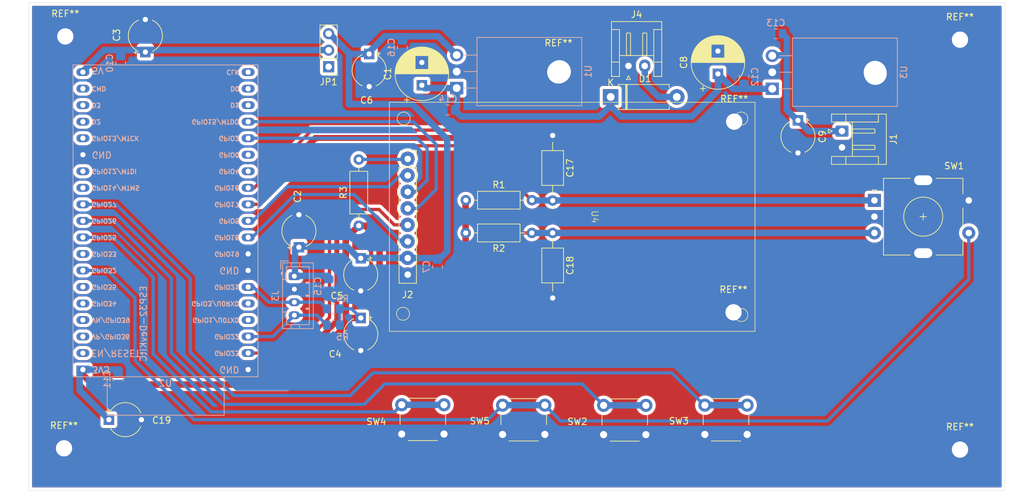
<source format=kicad_pcb>
(kicad_pcb (version 20241229) (generator "pcbnew") (generator_version "9.0")
  (layers (0 "F.Cu" signal) (2 "B.Cu" signal) (13 "F.Paste" user) (15 "B.Paste" user) (5 "F.SilkS" user "F.Silkscreen") (7 "B.SilkS" user "B.Silkscreen") (1 "F.Mask" user) (3 "B.Mask" user) (25 "Edge.Cuts" user))
  (net 0 "")
  (net 1 "GND")
  (net 3 "Net-(D1-K)")
  (net 4 "+5V")
  (net 5 "+3V3")
  (net 7 "+9V")
  (net 10 "Net-(U2-GPIO16)")
  (net 11 "Net-(U2-GPIO17)")
  (net 18 "Net-(D1-A)")
  (net 19 "Net-(J2-Pin_6)")
  (net 20 "Net-(J2-Pin_5)")
  (net 28 "Net-(J2-Pin_3)")
  (net 30 "Net-(J2-Pin_4)")
  (net 32 "Net-(U2-32K_XP{slash}GPIO32{slash}ADC1_CH4)")
  (net 33 "Net-(U2-DAC_2{slash}ADC2_CH9{slash}GPIO26)")
  (net 34 "Net-(U2-ADC2_CH7{slash}GPIO27)")
  (net 35 "Net-(U2-DAC_1{slash}ADC2_CH8{slash}GPIO25)")
  (net 36 "Net-(J2-Pin_1)")
  (net 37 "Net-(J2-Pin_2)")
  (net 38 "Net-(JP1-C)")
  (net 40 "Net-(J3-Pin_3)")
  (net 41 "Net-(J3-Pin_4)")
  (footprint "Capacitor_THT:CP_Radial_Tantal_D5.0mm_P5.00mm" (layer "F.Cu") (at 113.8 67.9 90)
    (property "Reference" "C3" (at 2.6 -4.4 270) (layer "F.SilkS"))
    (property "Value" "22u/16V")
    (pad "1" thru_hole rect (at 0 0 90) (size 1.6 1.6) (drill 0.8) (layers "*.Cu" "*.Mask") (net 38 "Net-(JP1-C)"))
    (pad "2" thru_hole circle (at 5 0 90) (size 1.6 1.6) (drill 0.8) (layers "*.Cu" "*.Mask") (net 1 "GND"))
  )
  (footprint "Ekran_TFT:TFT_SPI_1.8inch_128x160" (layer "F.Cu") (at 177.9 93.22 -90)
    (property "Reference" "U4" (at 0 -4.98 270) (layer "F.SilkS") (effects (font (thickness 0.1))))
    (property "Value" "~")
    (pad "1" thru_hole circle (at -8.92 23.8 270) (size 2.2 2.2) (drill 0.762) (layers "*.Cu" "*.Mask") (net 36 "Net-(J2-Pin_1)"))
    (pad "2" thru_hole circle (at -6.38 23.8 270) (size 2.2 2.2) (drill 0.762) (layers "*.Cu" "*.Mask") (net 37 "Net-(J2-Pin_2)"))
    (pad "3" thru_hole circle (at -3.84 23.8 270) (size 2.2 2.2) (drill 0.762) (layers "*.Cu" "*.Mask") (net 28 "Net-(J2-Pin_3)"))
    (pad "4" thru_hole circle (at -1.3 23.8 270) (size 2.2 2.2) (drill 0.762) (layers "*.Cu" "*.Mask") (net 30 "Net-(J2-Pin_4)"))
    (pad "5" thru_hole circle (at 1.24 23.8 270) (size 2.2 2.2) (drill 0.762) (layers "*.Cu" "*.Mask") (net 20 "Net-(J2-Pin_5)"))
    (pad "6" thru_hole circle (at 3.78 23.8 270) (size 2.2 2.2) (drill 0.762) (layers "*.Cu" "*.Mask") (net 19 "Net-(J2-Pin_6)"))
    (pad "7" thru_hole circle (at 6.32 23.8 270) (size 2.2 2.2) (drill 0.762) (layers "*.Cu" "*.Mask") (net 4 "+5V"))
    (pad "8" thru_hole circle (at 8.86 23.8 270) (size 2.2 2.2) (drill 0.762) (layers "*.Cu" "*.Mask") (net 1 "GND"))
  )
  (footprint "Capacitor_THT:CP_Radial_Tantal_D5.0mm_P5.00mm" (layer "F.Cu") (at 146.9 99.6 -90)
    (property "Reference" "C5" (at 5.76 3.65 180) (layer "F.SilkS"))
    (property "Value" "22u/16V")
    (pad "1" thru_hole rect (at 0 0 270) (size 1.6 1.6) (drill 0.8) (layers "*.Cu" "*.Mask") (net 4 "+5V"))
    (pad "2" thru_hole circle (at 5 0 270) (size 1.6 1.6) (drill 0.8) (layers "*.Cu" "*.Mask") (net 1 "GND"))
  )
  (footprint "Capacitor_THT:CP_Radial_D8.0mm_P3.50mm" (layer "F.Cu") (at 156.3 73 90)
    (property "Reference" "C1" (at 1.75 -5.25 90) (layer "F.SilkS"))
    (property "Value" "100u/16V")
    (pad "1" thru_hole rect (at 0 0 90) (size 1.6 1.6) (drill 0.8) (layers "*.Cu" "*.Mask") (net 3 "Net-(D1-K)"))
    (pad "2" thru_hole circle (at 3.5 0 90) (size 1.6 1.6) (drill 0.8) (layers "*.Cu" "*.Mask") (net 1 "GND"))
  )
  (footprint "Connector_PinHeader_2.54mm:PinHeader_1x03_P2.54mm_Vertical" (layer "F.Cu") (at 141.97 70.155 180)
    (property "Reference" "JP1" (at 0 -2.33 180) (layer "F.SilkS"))
    (property "Value" "Jumper_3_Bridged12")
    (pad "1" thru_hole rect (at 0 0 180) (size 1.7 1.7) (drill 1) (layers "*.Cu" "*.Mask"))
    (pad "2" thru_hole oval (at 0 2.54 180) (size 1.7 1.7) (drill 1) (layers "*.Cu" "*.Mask") (net 38 "Net-(JP1-C)"))
    (pad "3" thru_hole oval (at 0 5.08 180) (size 1.7 1.7) (drill 1) (layers "*.Cu" "*.Mask") (net 4 "+5V"))
  )
  (footprint "MountingHole:MountingHole_2.5mm_Pad" (layer "F.Cu") (at 239 129)
    (property "Reference" "REF**" (at 0 -3.5 0) (layer "F.SilkS"))
    (property "Value" "MountingHole_2.5mm_Pad")
    (pad "1" thru_hole circle (at 0 0) (size 5 5) (drill 2.5) (layers "*.Cu" "*.Mask") (net 1 "GND"))
  )
  (footprint "Capacitor_THT:C_Axial_L5.1mm_D3.1mm_P10.00mm_Horizontal" (layer "F.Cu") (at 176.4 95.7 -90)
    (property "Reference" "C18" (at 5 -2.67 90) (layer "F.SilkS"))
    (property "Value" "22n")
    (pad "1" thru_hole circle (at 0 0 270) (size 1.6 1.6) (drill 0.8) (layers "*.Cu" "*.Mask") (net 11 "Net-(U2-GPIO17)"))
    (pad "2" thru_hole oval (at 10 0 270) (size 1.6 1.6) (drill 0.8) (layers "*.Cu" "*.Mask") (net 1 "GND"))
  )
  (footprint "Capacitor_THT:CP_Radial_Tantal_D5.0mm_P5.00mm" (layer "F.Cu") (at 108.2 124.4)
    (property "Reference" "C19" (at 8.1 0.1 0) (layer "F.SilkS"))
    (property "Value" "22u/16V")
    (pad "1" thru_hole rect (at 0 0) (size 1.6 1.6) (drill 0.8) (layers "*.Cu" "*.Mask") (net 5 "+3V3"))
    (pad "2" thru_hole circle (at 5 0) (size 1.6 1.6) (drill 0.8) (layers "*.Cu" "*.Mask") (net 1 "GND"))
  )
  (footprint "MountingHole:MountingHole_2.5mm_Pad" (layer "F.Cu") (at 101.5 65.5)
    (property "Reference" "REF**" (at 0 -3.5 0) (layer "F.SilkS"))
    (property "Value" "MountingHole_2.5mm_Pad")
    (pad "1" thru_hole circle (at 0 0) (size 5 5) (drill 2.5) (layers "*.Cu" "*.Mask") (net 1 "GND"))
  )
  (footprint "MountingHole:MountingHole_3.5mm_Pad" (layer "F.Cu") (at 177.3 71)
    (property "Reference" "REF**" (at 0 -4.5 0) (layer "F.SilkS"))
    (property "Value" "MountingHole_3.5mm_Pad")
    (pad "1" thru_hole circle (at 0 0) (size 7 7) (drill 3.5) (layers "*.Cu" "*.Mask") (net 1 "GND"))
  )
  (footprint "Connector_PinSocket_2.54mm:PinSocket_1x08_P2.54mm_Vertical" (layer "F.Cu") (at 154.125 84.325)
    (property "Reference" "J2" (at -0.025 20.875 0) (layer "F.SilkS"))
    (property "Value" "Conn_01x08_Socket")
    (pad "1" thru_hole rect (at 0 0) (size 1.7 1.7) (drill 1) (layers "*.Cu" "*.Mask") (net 36 "Net-(J2-Pin_1)"))
    (pad "2" thru_hole oval (at 0 2.54) (size 1.7 1.7) (drill 1) (layers "*.Cu" "*.Mask") (net 37 "Net-(J2-Pin_2)"))
    (pad "3" thru_hole oval (at 0 5.08) (size 1.7 1.7) (drill 1) (layers "*.Cu" "*.Mask") (net 28 "Net-(J2-Pin_3)"))
    (pad "4" thru_hole oval (at 0 7.62) (size 1.7 1.7) (drill 1) (layers "*.Cu" "*.Mask") (net 30 "Net-(J2-Pin_4)"))
    (pad "5" thru_hole oval (at 0 10.16) (size 1.7 1.7) (drill 1) (layers "*.Cu" "*.Mask") (net 20 "Net-(J2-Pin_5)"))
    (pad "6" thru_hole oval (at 0 12.7) (size 1.7 1.7) (drill 1) (layers "*.Cu" "*.Mask") (net 19 "Net-(J2-Pin_6)"))
    (pad "7" thru_hole oval (at 0 15.24) (size 1.7 1.7) (drill 1) (layers "*.Cu" "*.Mask") (net 4 "+5V"))
    (pad "8" thru_hole oval (at 0 17.78) (size 1.7 1.7) (drill 1) (layers "*.Cu" "*.Mask") (net 1 "GND"))
  )
  (footprint "Rotary_Encoder:RotaryEncoder_Alps_EC11E-Switch_Vertical_H20mm" (layer "F.Cu") (at 225.85 90.7)
    (property "Reference" "SW1" (at 12.25 -5.3 0) (layer "F.SilkS"))
    (property "Value" "RotaryEncoder_Switch")
    (pad "A" thru_hole rect (at 0 0) (size 2 2) (drill 1) (layers "*.Cu" "*.Mask") (net 10 "Net-(U2-GPIO16)"))
    (pad "B" thru_hole circle (at 0 5) (size 2 2) (drill 1) (layers "*.Cu" "*.Mask") (net 11 "Net-(U2-GPIO17)"))
    (pad "C" thru_hole circle (at 0 2.5) (size 2 2) (drill 1) (layers "*.Cu" "*.Mask") (net 1 "GND"))
    (pad "MP" thru_hole rect (at 7.5 -3.1) (size 3.2 2) (drill oval 2.8 1.5) (layers "*.Cu" "*.Mask") (net 1 "GND"))
    (pad "MP" thru_hole rect (at 7.5 8.1) (size 3.2 2) (drill oval 2.8 1.5) (layers "*.Cu" "*.Mask") (net 1 "GND"))
    (pad "S1" thru_hole circle (at 14.5 5) (size 2 2) (drill 1) (layers "*.Cu" "*.Mask") (net 32 "Net-(U2-32K_XP{slash}GPIO32{slash}ADC1_CH4)"))
    (pad "S2" thru_hole circle (at 14.5 0) (size 2 2) (drill 1) (layers "*.Cu" "*.Mask") (net 1 "GND"))
  )
  (footprint "Button_Switch_THT:SW_PUSH_6mm_H5mm" (layer "F.Cu") (at 159.7 126.61 180)
    (property "Reference" "SW4" (at 10.4 1.91 180) (layer "F.SilkS"))
    (property "Value" "Memory Channel")
    (pad "1" thru_hole circle (at 0 0 270) (size 2 2) (drill 1.1) (layers "*.Cu" "*.Mask") (net 1 "GND"))
    (pad "1" thru_hole circle (at 6.5 0 270) (size 2 2) (drill 1.1) (layers "*.Cu" "*.Mask") (net 1 "GND"))
    (pad "2" thru_hole circle (at 0 4.5 270) (size 2 2) (drill 1.1) (layers "*.Cu" "*.Mask") (net 35 "Net-(U2-DAC_1{slash}ADC2_CH8{slash}GPIO25)"))
    (pad "2" thru_hole circle (at 6.5 4.5 270) (size 2 2) (drill 1.1) (layers "*.Cu" "*.Mask") (net 35 "Net-(U2-DAC_1{slash}ADC2_CH8{slash}GPIO25)"))
  )
  (footprint "Button_Switch_THT:SW_PUSH_6mm_H5mm" (layer "F.Cu") (at 190.73 126.7 180)
    (property "Reference" "SW2" (at 10.53 2 180) (layer "F.SilkS"))
    (property "Value" "STEP +")
    (pad "1" thru_hole circle (at 0 0 270) (size 2 2) (drill 1.1) (layers "*.Cu" "*.Mask") (net 1 "GND"))
    (pad "1" thru_hole circle (at 6.5 0 270) (size 2 2) (drill 1.1) (layers "*.Cu" "*.Mask") (net 1 "GND"))
    (pad "2" thru_hole circle (at 0 4.5 270) (size 2 2) (drill 1.1) (layers "*.Cu" "*.Mask") (net 33 "Net-(U2-DAC_2{slash}ADC2_CH9{slash}GPIO26)"))
    (pad "2" thru_hole circle (at 6.5 4.5 270) (size 2 2) (drill 1.1) (layers "*.Cu" "*.Mask") (net 33 "Net-(U2-DAC_2{slash}ADC2_CH9{slash}GPIO26)"))
  )
  (footprint "Diode_THT:D_DO-15_P10.16mm_Horizontal" (layer "F.Cu") (at 185.32 74.8)
    (property "Reference" "D1" (at 5.28 -2.8 0) (layer "F.SilkS"))
    (property "Value" "1N4001")
    (fp_text user "K" (at 0 -2.2 0) (layer "F.SilkS"))
    (pad "1" thru_hole rect (at 0 0) (size 2.4 2.4) (drill 1.2) (layers "*.Cu" "*.Mask") (net 3 "Net-(D1-K)"))
    (pad "2" thru_hole oval (at 10.16 0) (size 2.4 2.4) (drill 1.2) (layers "*.Cu" "*.Mask") (net 18 "Net-(D1-A)"))
  )
  (footprint "Capacitor_THT:CP_Radial_Tantal_D5.0mm_P5.00mm" (layer "F.Cu") (at 148.2 68.2 -90)
    (property "Reference" "C6" (at 7.1 0.4 180) (layer "F.SilkS"))
    (property "Value" "22u/16V")
    (pad "1" thru_hole rect (at 0 0 270) (size 1.6 1.6) (drill 0.8) (layers "*.Cu" "*.Mask") (net 4 "+5V"))
    (pad "2" thru_hole circle (at 5 0 270) (size 1.6 1.6) (drill 0.8) (layers "*.Cu" "*.Mask") (net 1 "GND"))
  )
  (footprint "Connector_JST:JST_EH_S2B-EH_1x02_P2.50mm_Horizontal" (layer "F.Cu") (at 220.8675 80.05 -90)
    (property "Reference" "J1" (at 1.25 -7.9 90) (layer "F.SilkS"))
    (property "Value" "Conn_01x02_Socket")
    (pad "1" thru_hole roundrect (at 0 0 270) (size 1.7 2) (drill 1) (layers "*.Cu" "*.Mask") (roundrect_rratio 0.147059) (net 7 "+9V"))
    (pad "2" thru_hole oval (at 2.5 0 270) (size 1.7 2) (drill 1) (layers "*.Cu" "*.Mask") (net 1 "GND"))
  )
  (footprint "Resistor_THT:R_Axial_DIN0207_L6.3mm_D2.5mm_P10.16mm_Horizontal" (layer "F.Cu") (at 146.6 94.58 90)
    (property "Reference" "R3" (at 5.08 -2.37 270) (layer "F.SilkS"))
    (property "Value" "R_Small")
    (pad "1" thru_hole circle (at 0 0 90) (size 1.6 1.6) (drill 0.8) (layers "*.Cu" "*.Mask") (net 5 "+3V3"))
    (pad "2" thru_hole oval (at 10.16 0 90) (size 1.6 1.6) (drill 0.8) (layers "*.Cu" "*.Mask") (net 36 "Net-(J2-Pin_1)"))
  )
  (footprint "Button_Switch_THT:SW_PUSH_6mm_H5mm" (layer "F.Cu") (at 175.2 126.67 180)
    (property "Reference" "SW5" (at 10 2.07 180) (layer "F.SilkS"))
    (property "Value" "STORE")
    (pad "1" thru_hole circle (at 0 0 270) (size 2 2) (drill 1.1) (layers "*.Cu" "*.Mask") (net 1 "GND"))
    (pad "1" thru_hole circle (at 6.5 0 270) (size 2 2) (drill 1.1) (layers "*.Cu" "*.Mask") (net 1 "GND"))
    (pad "2" thru_hole circle (at 0 4.5 270) (size 2 2) (drill 1.1) (layers "*.Cu" "*.Mask") (net 32 "Net-(U2-32K_XP{slash}GPIO32{slash}ADC1_CH4)"))
    (pad "2" thru_hole circle (at 6.5 4.5 270) (size 2 2) (drill 1.1) (layers "*.Cu" "*.Mask") (net 32 "Net-(U2-32K_XP{slash}GPIO32{slash}ADC1_CH4)"))
  )
  (footprint "Resistor_THT:R_Axial_DIN0207_L6.3mm_D2.5mm_P10.16mm_Horizontal" (layer "F.Cu") (at 163.05 90.67)
    (property "Reference" "R1" (at 5.08 -2.37 0) (layer "F.SilkS"))
    (property "Value" "2k2")
    (pad "1" thru_hole circle (at 0 0) (size 1.6 1.6) (drill 0.8) (layers "*.Cu" "*.Mask") (net 5 "+3V3"))
    (pad "2" thru_hole oval (at 10.16 0) (size 1.6 1.6) (drill 0.8) (layers "*.Cu" "*.Mask") (net 10 "Net-(U2-GPIO16)"))
  )
  (footprint "Connector_JST:JST_EH_S2B-EH_1x02_P2.50mm_Horizontal" (layer "F.Cu") (at 188.05 70.0325)
    (property "Reference" "J4" (at 1.25 -7.9 0) (layer "F.SilkS"))
    (property "Value" "Conn_01x02_Socket")
    (pad "1" thru_hole roundrect (at 0 0) (size 1.7 2) (drill 1) (layers "*.Cu" "*.Mask") (roundrect_rratio 0.147059) (net 1 "GND"))
    (pad "2" thru_hole oval (at 2.5 0) (size 1.7 2) (drill 1) (layers "*.Cu" "*.Mask") (net 18 "Net-(D1-A)"))
  )
  (footprint "" (layer "F.Cu") (at 226 71.2)
    (property "Reference" "" (at 0 0 0) (layer "F.SilkS") (effects (font (size 1.27 1.27))))
    (property "Value" "")
    (pad "1" thru_hole circle (at 0 0) (size 7 7) (drill 3.5) (layers "*.Cu" "*.Mask") (net 1 "GND"))
  )
  (footprint "Capacitor_THT:CP_Radial_Tantal_D5.0mm_P5.00mm" (layer "F.Cu") (at 214.1 78.4 -90)
    (property "Reference" "C9" (at 2.5 -3.75 90) (layer "F.SilkS"))
    (property "Value" "22u/16V")
    (pad "1" thru_hole rect (at 0 0 270) (size 1.6 1.6) (drill 0.8) (layers "*.Cu" "*.Mask") (net 7 "+9V"))
    (pad "2" thru_hole circle (at 5 0 270) (size 1.6 1.6) (drill 0.8) (layers "*.Cu" "*.Mask") (net 1 "GND"))
  )
  (footprint "MountingHole:MountingHole_2.5mm_Pad" (layer "F.Cu") (at 204.3 78.6)
    (property "Reference" "REF**" (at 0 -3.5 0) (layer "F.SilkS"))
    (property "Value" "MountingHole_2.5mm_Pad")
    (pad "1" thru_hole circle (at 0 0) (size 5 5) (drill 2.5) (layers "*.Cu" "*.Mask") (net 1 "GND"))
  )
  (footprint "Capacitor_THT:CP_Radial_Tantal_D5.0mm_P5.00mm" (layer "F.Cu") (at 137.4 97.9 90)
    (property "Reference" "C2" (at 7.8 -0.2 270) (layer "F.SilkS"))
    (property "Value" "22u/16V")
    (pad "1" thru_hole rect (at 0 0 90) (size 1.6 1.6) (drill 0.8) (layers "*.Cu" "*.Mask") (net 4 "+5V"))
    (pad "2" thru_hole circle (at 5 0 90) (size 1.6 1.6) (drill 0.8) (layers "*.Cu" "*.Mask") (net 1 "GND"))
  )
  (footprint "MountingHole:MountingHole_2.5mm_Pad" (layer "F.Cu") (at 239 66)
    (property "Reference" "REF**" (at 0 -3.5 0) (layer "F.SilkS"))
    (property "Value" "MountingHole_2.5mm_Pad")
    (pad "1" thru_hole circle (at 0 0) (size 5 5) (drill 2.5) (layers "*.Cu" "*.Mask") (net 1 "GND"))
  )
  (footprint "Capacitor_THT:C_Axial_L5.1mm_D3.1mm_P10.00mm_Horizontal" (layer "F.Cu") (at 176.4 80.72 -90)
    (property "Reference" "C17" (at 5 -2.67 90) (layer "F.SilkS"))
    (property "Value" "22n")
    (pad "1" thru_hole circle (at 0 0 270) (size 1.6 1.6) (drill 0.8) (layers "*.Cu" "*.Mask") (net 1 "GND"))
    (pad "2" thru_hole oval (at 10 0 270) (size 1.6 1.6) (drill 0.8) (layers "*.Cu" "*.Mask") (net 10 "Net-(U2-GPIO16)"))
  )
  (footprint "MountingHole:MountingHole_2.5mm_Pad" (layer "F.Cu") (at 101.3 128.8)
    (property "Reference" "REF**" (at 0 -3.5 0) (layer "F.SilkS"))
    (property "Value" "MountingHole_2.5mm_Pad")
    (pad "1" thru_hole circle (at 0 0) (size 5 5) (drill 2.5) (layers "*.Cu" "*.Mask") (net 1 "GND"))
  )
  (footprint "Capacitor_THT:CP_Radial_D8.0mm_P3.50mm" (layer "F.Cu") (at 201.8 71.252651 90)
    (property "Reference" "C8" (at 1.75 -5.25 90) (layer "F.SilkS"))
    (property "Value" "100u/16V")
    (pad "1" thru_hole rect (at 0 0 90) (size 1.6 1.6) (drill 0.8) (layers "*.Cu" "*.Mask") (net 3 "Net-(D1-K)"))
    (pad "2" thru_hole circle (at 3.5 0 90) (size 1.6 1.6) (drill 0.8) (layers "*.Cu" "*.Mask") (net 1 "GND"))
  )
  (footprint "Capacitor_THT:CP_Radial_Tantal_D5.0mm_P5.00mm" (layer "F.Cu") (at 146.91 108.77 -90)
    (property "Reference" "C4" (at 5.55 3.94 180) (layer "F.SilkS"))
    (property "Value" "22u/16V")
    (pad "1" thru_hole rect (at 0 0 270) (size 1.6 1.6) (drill 0.8) (layers "*.Cu" "*.Mask") (net 5 "+3V3"))
    (pad "2" thru_hole circle (at 5 0 270) (size 1.6 1.6) (drill 0.8) (layers "*.Cu" "*.Mask") (net 1 "GND"))
  )
  (footprint "Resistor_THT:R_Axial_DIN0207_L6.3mm_D2.5mm_P10.16mm_Horizontal" (layer "F.Cu") (at 173.2 95.7 180)
    (property "Reference" "R2" (at 5.08 -2.37 180) (layer "F.SilkS"))
    (property "Value" "2k2")
    (pad "1" thru_hole circle (at 0 0 180) (size 1.6 1.6) (drill 0.8) (layers "*.Cu" "*.Mask") (net 11 "Net-(U2-GPIO17)"))
    (pad "2" thru_hole oval (at 10.16 0 180) (size 1.6 1.6) (drill 0.8) (layers "*.Cu" "*.Mask") (net 5 "+3V3"))
  )
  (footprint "MountingHole:MountingHole_2.5mm_Pad" (layer "F.Cu") (at 204.2 107.9)
    (property "Reference" "REF**" (at 0 -3.5 0) (layer "F.SilkS"))
    (property "Value" "MountingHole_2.5mm_Pad")
    (pad "1" thru_hole circle (at 0 0) (size 5 5) (drill 2.5) (layers "*.Cu" "*.Mask") (net 1 "GND"))
  )
  (footprint "Button_Switch_THT:SW_PUSH_6mm_H5mm" (layer "F.Cu") (at 206.29 126.67 180)
    (property "Reference" "SW3" (at 10.49 2.07 180) (layer "F.SilkS"))
    (property "Value" "STEP -")
    (pad "1" thru_hole circle (at 0 0 270) (size 2 2) (drill 1.1) (layers "*.Cu" "*.Mask") (net 1 "GND"))
    (pad "1" thru_hole circle (at 6.5 0 270) (size 2 2) (drill 1.1) (layers "*.Cu" "*.Mask") (net 1 "GND"))
    (pad "2" thru_hole circle (at 0 4.5 270) (size 2 2) (drill 1.1) (layers "*.Cu" "*.Mask") (net 34 "Net-(U2-ADC2_CH7{slash}GPIO27)"))
    (pad "2" thru_hole circle (at 6.5 4.5 270) (size 2 2) (drill 1.1) (layers "*.Cu" "*.Mask") (net 34 "Net-(U2-ADC2_CH7{slash}GPIO27)"))
  )
  (footprint "PCM_Espressif:ESP32-DevKitC" (layer "B.Cu") (at 104.2 116.70344)
    (property "Reference" "U2" (at 12.7 2.1 0) (layer "B.SilkS") (effects (justify mirror)))
    (property "Value" "ESP32-DevKitC" (at 9.307054 -7.037688 90) (layer "B.SilkS") (effects (justify mirror)))
    (fp_text user "CMD" (at 1.27 -43.18 180) (layer "B.SilkS") (effects (font (size 0.7 0.7)) (justify left mirror)))
    (fp_text user "VN/GPIO39" (at 1.27 -7.62 180) (layer "B.SilkS") (effects (font (size 0.7 0.7)) (justify left mirror)))
    (fp_text user "D0" (at 24.13 -43.18 180) (layer "B.SilkS") (effects (font (size 0.7 0.7)) (justify right mirror)))
    (fp_text user "GPIO32" (at 1.27 -15.24 180) (layer "B.SilkS") (effects (font (size 0.7 0.7)) (justify left mirror)))
    (fp_text user "GPIO0" (at 24.13 -33.02 180) (layer "B.SilkS") (effects (font (size 0.7 0.7)) (justify right mirror)))
    (fp_text user "D1" (at 24.13 -40.64 180) (layer "B.SilkS") (effects (font (size 0.7 0.7)) (justify right mirror)))
    (fp_text user "GPIO17" (at 24.13 -25.4 180) (layer "B.SilkS") (effects (font (size 0.7 0.7)) (justify right mirror)))
    (fp_text user "GPIO1/U0TXD" (at 24.13 -7.62 180) (layer "B.SilkS") (effects (font (size 0.7 0.7)) (justify right mirror)))
    (fp_text user "GND" (at 24.13 0 180) (layer "B.SilkS") (effects (justify right mirror)))
    (fp_text user "GPIO26" (at 1.27 -22.86 180) (layer "B.SilkS") (effects (font (size 0.7 0.7)) (justify left mirror)))
    (fp_text user "GND" (at 1.27 -33.02 180) (layer "B.SilkS") (effects (justify left mirror)))
    (fp_text user "GPIO13/MTCK" (at 1.27 -35.56 180) (layer "B.SilkS") (effects (font (size 0.7 0.7)) (justify left mirror)))
    (fp_text user "D2" (at 1.27 -38.1 180) (layer "B.SilkS") (effects (font (size 0.7 0.7)) (justify left mirror)))
    (fp_text user "GPIO12/MTDI" (at 1.27 -30.48 180) (layer "B.SilkS") (effects (font (size 0.7 0.7)) (justify left mirror)))
    (fp_text user "GPIO2" (at 24.13 -35.56 180) (layer "B.SilkS") (effects (font (size 0.7 0.7)) (justify right mirror)))
    (fp_text user "GND" (at 24.13 -15.24 180) (layer "B.SilkS") (effects (justify right mirror)))
    (fp_text user "GPIO27" (at 1.27 -25.4 180) (layer "B.SilkS") (effects (font (size 0.7 0.7)) (justify left mirror)))
    (fp_text user "GPIO25" (at 1.27 -20.32 180) (layer "B.SilkS") (effects (font (size 0.7 0.7)) (justify left mirror)))
    (fp_text user "GPIO21" (at 24.13 -12.7 180) (layer "B.SilkS") (effects (font (size 0.7 0.7)) (justify right mirror)))
    (fp_text user "GPIO16" (at 24.13 -27.94 180) (layer "B.SilkS") (effects (font (size 0.7 0.7)) (justify right mirror)))
    (fp_text user "GPIO19" (at 24.13 -17.78 180) (layer "B.SilkS") (effects (font (size 0.7 0.7)) (justify right mirror)))
    (fp_text user "EN/RESET" (at 8.88632 -2.53728 180) (layer "B.SilkS") (effects (justify right mirror)))
    (fp_text user "GPIO4" (at 24.13 -30.48 180) (layer "B.SilkS") (effects (font (size 0.7 0.7)) (justify right mirror)))
    (fp_text user "VP/GPIO36" (at 1.27 -5.08 180) (layer "B.SilkS") (effects (font (size 0.7 0.7)) (justify left mirror)))
    (fp_text user "GPIO23" (at 24.13 -2.54 180) (layer "B.SilkS") (effects (font (size 0.7 0.7)) (justify right mirror)))
    (fp_text user "GPIO15/MTDO" (at 24.13 -38.1 180) (layer "B.SilkS") (effects (font (size 0.7 0.7)) (justify right mirror)))
    (fp_text user "GPIO35" (at 1.27 -12.7 180) (layer "B.SilkS") (effects (font (size 0.7 0.7)) (justify left mirror)))
    (fp_text user "GPIO14/MTMS" (at 1.27 -27.94 180) (layer "B.SilkS") (effects (font (size 0.7 0.7)) (justify left mirror)))
    (fp_text user "GPIO3/U0RXD" (at 24.13 -10.16 180) (layer "B.SilkS") (effects (font (size 0.7 0.7)) (justify right mirror)))
    (fp_text user "3V3" (at 1.27 0 180) (layer "B.SilkS") (effects (justify left mirror)))
    (fp_text user "5V" (at 1.26632 -45.97128 180) (layer "B.SilkS") (effects (justify left mirror)))
    (fp_text user "GPIO5" (at 24.13 -22.86 180) (layer "B.SilkS") (effects (font (size 0.7 0.7)) (justify right mirror)))
    (fp_text user "GPIO22" (at 24.13 -5.08 180) (layer "B.SilkS") (effects (font (size 0.7 0.7)) (justify right mirror)))
    (fp_text user "GPIO18" (at 24.13 -20.32 180) (layer "B.SilkS") (effects (font (size 0.7 0.7)) (justify right mirror)))
    (fp_text user "D3" (at 1.27 -40.64 180) (layer "B.SilkS") (effects (font (size 0.7 0.7)) (justify left mirror)))
    (fp_text user "CLK" (at 24.13 -45.72 180) (layer "B.SilkS") (effects (font (size 0.7 0.7)) (justify right mirror)))
    (fp_text user "GPIO33" (at 1.27 -17.78 180) (layer "B.SilkS") (effects (font (size 0.7 0.7)) (justify left mirror)))
    (fp_text user "GPIO34" (at 1.27 -10.16 180) (layer "B.SilkS") (effects (font (size 0.7 0.7)) (justify left mirror)))
    (pad "1" thru_hole rect (at 0 0 90) (size 1.2 2) (drill 0.8) (layers "*.Cu" "*.Mask") (net 5 "+3V3"))
    (pad "2" thru_hole oval (at 0 -2.54 90) (size 1.2 2) (drill 0.8) (layers "*.Cu" "*.Mask"))
    (pad "3" thru_hole oval (at 0 -5.08 90) (size 1.2 2) (drill 0.8) (layers "*.Cu" "*.Mask"))
    (pad "4" thru_hole oval (at 0 -7.62 90) (size 1.2 2) (drill 0.8) (layers "*.Cu" "*.Mask"))
    (pad "5" thru_hole oval (at 0 -10.16 90) (size 1.2 2) (drill 0.8) (layers "*.Cu" "*.Mask"))
    (pad "6" thru_hole oval (at 0 -12.7 90) (size 1.2 2) (drill 0.8) (layers "*.Cu" "*.Mask"))
    (pad "7" thru_hole oval (at 0 -15.24 90) (size 1.2 2) (drill 0.8) (layers "*.Cu" "*.Mask") (net 32 "Net-(U2-32K_XP{slash}GPIO32{slash}ADC1_CH4)"))
    (pad "8" thru_hole oval (at 0 -17.78 90) (size 1.2 2) (drill 0.8) (layers "*.Cu" "*.Mask"))
    (pad "9" thru_hole oval (at 0 -20.32 90) (size 1.2 2) (drill 0.8) (layers "*.Cu" "*.Mask") (net 35 "Net-(U2-DAC_1{slash}ADC2_CH8{slash}GPIO25)"))
    (pad "10" thru_hole oval (at 0 -22.86 90) (size 1.2 2) (drill 0.8) (layers "*.Cu" "*.Mask") (net 33 "Net-(U2-DAC_2{slash}ADC2_CH9{slash}GPIO26)"))
    (pad "11" thru_hole oval (at 0 -25.4 90) (size 1.2 2) (drill 0.8) (layers "*.Cu" "*.Mask") (net 34 "Net-(U2-ADC2_CH7{slash}GPIO27)"))
    (pad "12" thru_hole oval (at 0 -27.94 90) (size 1.2 2) (drill 0.8) (layers "*.Cu" "*.Mask"))
    (pad "13" thru_hole oval (at 0 -30.48 90) (size 1.2 2) (drill 0.8) (layers "*.Cu" "*.Mask"))
    (pad "14" thru_hole oval (at 0 -33.02 90) (size 1.2 2) (drill 0.8) (layers "*.Cu" "*.Mask") (net 1 "GND"))
    (pad "15" thru_hole oval (at 0 -35.56 90) (size 1.2 2) (drill 0.8) (layers "*.Cu" "*.Mask"))
    (pad "16" thru_hole oval (at 0 -38.1 90) (size 1.2 2) (drill 0.8) (layers "*.Cu" "*.Mask"))
    (pad "17" thru_hole oval (at 0 -40.64 90) (size 1.2 2) (drill 0.8) (layers "*.Cu" "*.Mask"))
    (pad "18" thru_hole oval (at 0 -43.18 90) (size 1.2 2) (drill 0.8) (layers "*.Cu" "*.Mask"))
    (pad "19" thru_hole oval (at 0 -45.72 90) (size 1.2 2) (drill 0.8) (layers "*.Cu" "*.Mask") (net 38 "Net-(JP1-C)"))
    (pad "20" thru_hole oval (at 25.39632 -45.71728 90) (size 1.2 2) (drill 0.8) (layers "*.Cu" "*.Mask"))
    (pad "21" thru_hole oval (at 25.39632 -43.17728 90) (size 1.2 2) (drill 0.8) (layers "*.Cu" "*.Mask"))
    (pad "22" thru_hole oval (at 25.4 -40.64 90) (size 1.2 2) (drill 0.8) (layers "*.Cu" "*.Mask"))
    (pad "23" thru_hole oval (at 25.4 -38.1 90) (size 1.2 2) (drill 0.8) (layers "*.Cu" "*.Mask") (net 30 "Net-(J2-Pin_4)"))
    (pad "24" thru_hole oval (at 25.4 -35.56 90) (size 1.2 2) (drill 0.8) (layers "*.Cu" "*.Mask") (net 28 "Net-(J2-Pin_3)"))
    (pad "25" thru_hole oval (at 25.4 -33.02 90) (size 1.2 2) (drill 0.8) (layers "*.Cu" "*.Mask"))
    (pad "26" thru_hole oval (at 25.4 -30.48 90) (size 1.2 2) (drill 0.8) (layers "*.Cu" "*.Mask"))
    (pad "27" thru_hole oval (at 25.4 -27.94 90) (size 1.2 2) (drill 0.8) (layers "*.Cu" "*.Mask") (net 10 "Net-(U2-GPIO16)"))
    (pad "28" thru_hole oval (at 25.4 -25.4 90) (size 1.2 2) (drill 0.8) (layers "*.Cu" "*.Mask") (net 11 "Net-(U2-GPIO17)"))
    (pad "29" thru_hole oval (at 25.4 -22.86 90) (size 1.2 2) (drill 0.8) (layers "*.Cu" "*.Mask") (net 37 "Net-(J2-Pin_2)"))
    (pad "30" thru_hole oval (at 25.4 -20.32 90) (size 1.2 2) (drill 0.8) (layers "*.Cu" "*.Mask") (net 19 "Net-(J2-Pin_6)"))
    (pad "31" thru_hole oval (at 25.4 -17.78 90) (size 1.2 2) (drill 0.8) (layers "*.Cu" "*.Mask") (net 1 "GND"))
    (pad "32" thru_hole oval (at 25.4 -15.24 90) (size 1.2 2) (drill 0.8) (layers "*.Cu" "*.Mask") (net 1 "GND"))
    (pad "33" thru_hole oval (at 25.4 -12.7 90) (size 1.2 2) (drill 0.8) (layers "*.Cu" "*.Mask") (net 40 "Net-(J3-Pin_3)"))
    (pad "34" thru_hole oval (at 25.4 -10.16 90) (size 1.2 2) (drill 0.8) (layers "*.Cu" "*.Mask"))
    (pad "35" thru_hole oval (at 25.4 -7.62 90) (size 1.2 2) (drill 0.8) (layers "*.Cu" "*.Mask"))
    (pad "36" thru_hole oval (at 25.4 -5.08 90) (size 1.2 2) (drill 0.8) (layers "*.Cu" "*.Mask") (net 41 "Net-(J3-Pin_4)"))
    (pad "37" thru_hole oval (at 25.4 -2.54 90) (size 1.2 2) (drill 0.8) (layers "*.Cu" "*.Mask") (net 20 "Net-(J2-Pin_5)"))
    (pad "38" thru_hole oval (at 25.4 0 90) (size 1.2 2) (drill 0.8) (layers "*.Cu" "*.Mask") (net 1 "GND"))
  )
  (footprint "Package_TO_SOT_THT:TO-220F-3_Horizontal_TabDown" (layer "B.Cu") (at 161.65 73.44 90)
    (property "Reference" "U1" (at 2.54 20.22 270) (layer "B.SilkS") (effects (justify mirror)))
    (property "Value" "LM7805_TO220")
    (pad "" np_thru_hole oval (at 2.54 15.8 90) (size 3.5 3.5) (drill 3.5) (layers "*.Cu" "*.Mask"))
    (pad "1" thru_hole rect (at 0 0 90) (size 1.905 2) (drill 1.2) (layers "*.Cu" "*.Mask") (net 3 "Net-(D1-K)"))
    (pad "2" thru_hole oval (at 2.54 0 90) (size 1.905 2) (drill 1.2) (layers "*.Cu" "*.Mask") (net 1 "GND"))
    (pad "3" thru_hole oval (at 5.08 0 90) (size 1.905 2) (drill 1.2) (layers "*.Cu" "*.Mask") (net 4 "+5V"))
  )
  (footprint "Capacitor_SMD:C_0805_2012Metric_Pad1.18x1.45mm_HandSolder" (layer "B.Cu") (at 205.8 71.7 90)
    (property "Reference" "C12" (at 0 1.68 270) (layer "B.SilkS") (effects (justify mirror)))
    (property "Value" "100n")
    (pad "1" smd roundrect (at -1.0375 0 90) (size 1.175 1.45) (layers "B.Cu" "B.Mask" "B.Paste") (roundrect_rratio 0.212766) (net 3 "Net-(D1-K)"))
    (pad "2" smd roundrect (at 1.0375 0 90) (size 1.175 1.45) (layers "B.Cu" "B.Mask" "B.Paste") (roundrect_rratio 0.212766) (net 1 "GND"))
  )
  (footprint "Capacitor_SMD:C_0805_2012Metric_Pad1.18x1.45mm_HandSolder" (layer "B.Cu") (at 210.7 65.1 180)
    (property "Reference" "C13" (at 0 1.68 180) (layer "B.SilkS") (effects (justify mirror)))
    (property "Value" "100n")
    (pad "1" smd roundrect (at -1.0375 0 180) (size 1.175 1.45) (layers "B.Cu" "B.Mask" "B.Paste") (roundrect_rratio 0.212766) (net 7 "+9V"))
    (pad "2" smd roundrect (at 1.0375 0 180) (size 1.175 1.45) (layers "B.Cu" "B.Mask" "B.Paste") (roundrect_rratio 0.212766) (net 1 "GND"))
  )
  (footprint "Capacitor_SMD:C_0805_2012Metric_Pad1.18x1.45mm_HandSolder" (layer "B.Cu") (at 142 103.89 -90)
    (property "Reference" "C15" (at 0 1.68 270) (layer "B.SilkS") (effects (justify mirror)))
    (property "Value" "100n")
    (pad "1" smd roundrect (at -1.0375 0 270) (size 1.175 1.45) (layers "B.Cu" "B.Mask" "B.Paste") (roundrect_rratio 0.212766) (net 4 "+5V"))
    (pad "2" smd roundrect (at 1.0375 0 270) (size 1.175 1.45) (layers "B.Cu" "B.Mask" "B.Paste") (roundrect_rratio 0.212766) (net 1 "GND"))
  )
  (footprint "Capacitor_SMD:C_0805_2012Metric_Pad1.18x1.45mm_HandSolder" (layer "B.Cu") (at 109.6 118.2 -90)
    (property "Reference" "C11" (at 0 1.68 270) (layer "B.SilkS") (effects (justify mirror)))
    (property "Value" "100n")
    (pad "1" smd roundrect (at -1.0375 0 270) (size 1.175 1.45) (layers "B.Cu" "B.Mask" "B.Paste") (roundrect_rratio 0.212766) (net 5 "+3V3"))
    (pad "2" smd roundrect (at 1.0375 0 270) (size 1.175 1.45) (layers "B.Cu" "B.Mask" "B.Paste") (roundrect_rratio 0.212766) (net 1 "GND"))
  )
  (footprint "Package_TO_SOT_THT:TO-220F-3_Horizontal_TabDown" (layer "B.Cu") (at 210.15 73.54 90)
    (property "Reference" "U3" (at 2.54 20.22 270) (layer "B.SilkS") (effects (justify mirror)))
    (property "Value" "LM7809_TO220")
    (pad "" np_thru_hole oval (at 2.54 15.8 90) (size 3.5 3.5) (drill 3.5) (layers "*.Cu" "*.Mask"))
    (pad "1" thru_hole rect (at 0 0 90) (size 1.905 2) (drill 1.2) (layers "*.Cu" "*.Mask") (net 3 "Net-(D1-K)"))
    (pad "2" thru_hole oval (at 2.54 0 90) (size 1.905 2) (drill 1.2) (layers "*.Cu" "*.Mask") (net 1 "GND"))
    (pad "3" thru_hole oval (at 5.08 0 90) (size 1.905 2) (drill 1.2) (layers "*.Cu" "*.Mask") (net 7 "+9V"))
  )
  (footprint "Resistor_SMD:R_0805_2012Metric_Pad1.20x1.40mm_HandSolder" (layer "B.Cu") (at 142.69 107.36 180)
    (property "Reference" "R4" (at -1.41 1.56 180) (layer "B.SilkS") (effects (justify mirror)))
    (property "Value" "2k2")
    (pad "1" smd roundrect (at -1 0 180) (size 1.2 1.4) (layers "B.Cu" "B.Mask" "B.Paste") (roundrect_rratio 0.208333) (net 5 "+3V3"))
    (pad "2" smd roundrect (at 1 0 180) (size 1.2 1.4) (layers "B.Cu" "B.Mask" "B.Paste") (roundrect_rratio 0.208333) (net 40 "Net-(J3-Pin_3)"))
  )
  (footprint "Resistor_SMD:R_0805_2012Metric_Pad1.20x1.40mm_HandSolder" (layer "B.Cu") (at 142.69 109.86 180)
    (property "Reference" "R5" (at -1.41 -1.82 180) (layer "B.SilkS") (effects (justify mirror)))
    (property "Value" "2k2")
    (pad "1" smd roundrect (at -1 0 180) (size 1.2 1.4) (layers "B.Cu" "B.Mask" "B.Paste") (roundrect_rratio 0.208333) (net 5 "+3V3"))
    (pad "2" smd roundrect (at 1 0 180) (size 1.2 1.4) (layers "B.Cu" "B.Mask" "B.Paste") (roundrect_rratio 0.208333) (net 41 "Net-(J3-Pin_4)"))
  )
  (footprint "Capacitor_SMD:C_0805_2012Metric_Pad1.18x1.45mm_HandSolder" (layer "B.Cu") (at 160.3 76.8 180)
    (property "Reference" "C14" (at 0 1.68 0) (layer "B.SilkS") (effects (justify mirror)))
    (property "Value" "100n")
    (pad "1" smd roundrect (at -1.0375 0 180) (size 1.175 1.45) (layers "B.Cu" "B.Mask" "B.Paste") (roundrect_rratio 0.212766) (net 3 "Net-(D1-K)"))
    (pad "2" smd roundrect (at 1.0375 0 180) (size 1.175 1.45) (layers "B.Cu" "B.Mask" "B.Paste") (roundrect_rratio 0.212766) (net 1 "GND"))
  )
  (footprint "Capacitor_SMD:C_0805_2012Metric_Pad1.18x1.45mm_HandSolder" (layer "B.Cu") (at 153.3 67.2 -90)
    (property "Reference" "C16" (at 0 1.68 90) (layer "B.SilkS") (effects (justify mirror)))
    (property "Value" "100n")
    (pad "1" smd roundrect (at -1.0375 0 270) (size 1.175 1.45) (layers "B.Cu" "B.Mask" "B.Paste") (roundrect_rratio 0.212766) (net 4 "+5V"))
    (pad "2" smd roundrect (at 1.0375 0 270) (size 1.175 1.45) (layers "B.Cu" "B.Mask" "B.Paste") (roundrect_rratio 0.212766) (net 1 "GND"))
  )
  (footprint "Capacitor_SMD:C_0805_2012Metric_Pad1.18x1.45mm_HandSolder" (layer "B.Cu") (at 158.7 100.9 -90)
    (property "Reference" "C7" (at 0 1.68 270) (layer "B.SilkS") (effects (justify mirror)))
    (property "Value" "100n")
    (pad "1" smd roundrect (at -1.0375 0 270) (size 1.175 1.45) (layers "B.Cu" "B.Mask" "B.Paste") (roundrect_rratio 0.212766) (net 4 "+5V"))
    (pad "2" smd roundrect (at 1.0375 0 270) (size 1.175 1.45) (layers "B.Cu" "B.Mask" "B.Paste") (roundrect_rratio 0.212766) (net 1 "GND"))
  )
  (footprint "Capacitor_SMD:C_0805_2012Metric_Pad1.18x1.45mm_HandSolder" (layer "B.Cu") (at 110 69.6 -90)
    (property "Reference" "C10" (at 0 1.68 270) (layer "B.SilkS") (effects (justify mirror)))
    (property "Value" "100n")
    (pad "1" smd roundrect (at -1.0375 0 270) (size 1.175 1.45) (layers "B.Cu" "B.Mask" "B.Paste") (roundrect_rratio 0.212766) (net 38 "Net-(JP1-C)"))
    (pad "2" smd roundrect (at 1.0375 0 270) (size 1.175 1.45) (layers "B.Cu" "B.Mask" "B.Paste") (roundrect_rratio 0.212766) (net 1 "GND"))
  )
  (footprint "Connector_JST:JST_PH_B4B-PH-K_1x04_P2.00mm_Vertical" (layer "B.Cu") (at 136.7 102.35 -90)
    (property "Reference" "J3" (at 3 2.9 90) (layer "B.SilkS") (effects (justify mirror)))
    (property "Value" "Si5351A")
    (pad "1" thru_hole roundrect (at 0 0 270) (size 1.2 1.75) (drill 0.75) (layers "*.Cu" "*.Mask") (roundrect_rratio 0.208333) (net 4 "+5V"))
    (pad "2" thru_hole oval (at 2 0 270) (size 1.2 1.75) (drill 0.75) (layers "*.Cu" "*.Mask") (net 1 "GND"))
    (pad "3" thru_hole oval (at 4 0 270) (size 1.2 1.75) (drill 0.75) (layers "*.Cu" "*.Mask") (net 40 "Net-(J3-Pin_3)"))
    (pad "4" thru_hole oval (at 6 0 270) (size 1.2 1.75) (drill 0.75) (layers "*.Cu" "*.Mask") (net 41 "Net-(J3-Pin_4)"))
  )
  (gr_rect (start 95.9 60.3) (end 245.9 135.3) (stroke (width 0.05)) (fill no) (layer "Edge.Cuts"))
  (segment (start 200.45 126.75) (end 200.55 126.65) (width 0.5) (layer "B.Cu") (net 1))
  (segment (start 240.55 90.6) (end 240.6 90.6) (width 0.5) (layer "B.Cu") (net 1))
  (segment (start 184.15 126.55) (end 184.35 126.75) (width 0.5) (layer "B.Cu") (net 1))
  (segment (start 156.74 73.44) (end 156.3 73) (width 1) (layer "B.Cu") (net 3))
  (segment (start 161.7 73.49) (end 161.7 76.3625) (width 1) (layer "B.Cu") (net 3))
  (segment (start 201.8 73.8) (end 201.8 71.252651) (width 1) (layer "B.Cu") (net 3))
  (segment (start 197.8 77.8) (end 201.8 73.8) (width 1) (layer "B.Cu") (net 3))
  (segment (start 201.8 71.252651) (end 204.087349 73.54) (width 1) (layer "B.Cu") (net 3))
  (segment (start 161.65 73.44) (end 161.7 73.49) (width 1) (layer "B.Cu") (net 3))
  (segment (start 161.65 73.44) (end 156.74 73.44) (width 1) (layer "B.Cu") (net 3))
  (segment (start 185.32 76.08) (end 183.6 77.8) (width 1) (layer "B.Cu") (net 3))
  (segment (start 185.32 74.8) (end 185.32 76.08) (width 1) (layer "B.Cu") (net 3))
  (segment (start 162.3375 77.8) (end 161.3375 76.8) (width 1) (layer "B.Cu") (net 3))
  (segment (start 204.087349 73.54) (end 210.15 73.54) (width 1) (layer "B.Cu") (net 3))
  (segment (start 186.9 77.8) (end 197.8 77.8) (width 1) (layer "B.Cu") (net 3))
  (segment (start 185.32 76.22) (end 186.9 77.8) (width 1) (layer "B.Cu") (net 3))
  (segment (start 183.6 77.8) (end 162.3375 77.8) (width 1) (layer "B.Cu") (net 3))
  (segment (start 185.32 74.8) (end 185.32 76.22) (width 1) (layer "B.Cu") (net 3))
  (segment (start 158.56 99.565) (end 158.7 99.425) (width 1) (layer "B.Cu") (net 4))
  (segment (start 148.2 68.2) (end 145.24 68.2) (width 1) (layer "B.Cu") (net 4))
  (segment (start 148.2 67.9) (end 148.2 68.2) (width 1) (layer "B.Cu") (net 4))
  (segment (start 144.8 97.8) (end 138.3 97.8) (width 1) (layer "B.Cu") (net 4))
  (segment (start 158.7 99.425) (end 159.275 99.425) (width 1) (layer "B.Cu") (net 4))
  (segment (start 160.2 98.5) (end 160.2 81.3) (width 1) (layer "B.Cu") (net 4))
  (segment (start 142 102.415) (end 141.885 102.3) (width 1) (layer "B.Cu") (net 4))
  (segment (start 141.885 102.3) (end 136.75 102.3) (width 1) (layer "B.Cu") (net 4))
  (segment (start 161.65 68.36) (end 158.765 65.475) (width 1) (layer "B.Cu") (net 4))
  (segment (start 159.275 99.425) (end 160.2 98.5) (width 1) (layer "B.Cu") (net 4))
  (segment (start 145.1 75.9) (end 145.1 68.06) (width 1) (layer "B.Cu") (net 4))
  (segment (start 146.96 99.54) (end 146.9 99.6) (width 1) (layer "B.Cu") (net 4))
  (segment (start 160.2 81.3) (end 154.8 75.9) (width 1) (layer "B.Cu") (net 4))
  (segment (start 158.765 65.475) (end 150.625 65.475) (width 1) (layer "B.Cu") (net 4))
  (segment (start 136.8 98.1) (end 136.8 102.4) (width 1) (layer "B.Cu") (net 4))
  (segment (start 138.3 97.8) (end 137.1 97.8) (width 1) (layer "B.Cu") (net 4))
  (segment (start 145.1 68.06) (end 142.1 65.06) (width 1) (layer "B.Cu") (net 4))
  (segment (start 154.1 99.54) (end 146.96 99.54) (width 1) (layer "B.Cu") (net 4))
  (segment (start 137.1 97.8) (end 136.8 98.1) (width 1) (layer "B.Cu") (net 4))
  (segment (start 150.625 65.475) (end 148.2 67.9) (width 1) (layer "B.Cu") (net 4))
  (segment (start 146.6 99.6) (end 144.8 97.8) (width 1) (layer "B.Cu") (net 4))
  (segment (start 146.9 99.6) (end 146.6 99.6) (width 1) (layer "B.Cu") (net 4))
  (segment (start 145.24 68.2) (end 145.1 68.06) (width 1) (layer "B.Cu") (net 4))
  (segment (start 154.125 99.565) (end 158.56 99.565) (width 1) (layer "B.Cu") (net 4))
  (segment (start 154.8 75.9) (end 145.1 75.9) (width 1) (layer "B.Cu") (net 4))
  (segment (start 151.03 104.6) (end 162.4 104.6) (width 1) (layer "F.Cu") (net 5))
  (segment (start 144.6 96.58) (end 146.6 94.58) (width 1) (layer "F.Cu") (net 5))
  (segment (start 144.6 108.6) (end 144.6 96.58) (width 0.5) (layer "F.Cu") (net 5))
  (segment (start 146.91 108.77) (end 144.72 108.77) (width 1) (layer "F.Cu") (net 5))
  (segment (start 151.03 104.6) (end 149.8 103.37) (width 1) (layer "F.Cu") (net 5))
  (segment (start 163.02 103.98) (end 163.02 90.7) (width 1) (layer "F.Cu") (net 5))
  (segment (start 105.7 119) (end 104.2 117.5) (width 1) (layer "F.Cu") (net 5))
  (segment (start 144.72 108.77) (end 144.6 108.89) (width 0.5) (layer "F.Cu") (net 5))
  (segment (start 104.2 117.5) (end 104.2 116.70344) (width 1) (layer "F.Cu") (net 5))
  (segment (start 162.4 104.6) (end 163.02 103.98) (width 1) (layer "F.Cu") (net 5))
  (segment (start 147.6 94.58) (end 146.6 94.58) (width 1) (layer "F.Cu") (net 5))
  (segment (start 163.02 90.7) (end 163.05 90.67) (width 0.5) (layer "F.Cu") (net 5))
  (segment (start 144.6 96.58) (end 144.6 109.95) (width 1) (layer "F.Cu") (net 5))
  (segment (start 144.6 109.95) (end 135.55 119) (width 1) (layer "F.Cu") (net 5))
  (segment (start 144.6 109.35) (end 144.6 108.89) (width 0.5) (layer "F.Cu") (net 5))
  (segment (start 149.8 96.78) (end 147.6 94.58) (width 1) (layer "F.Cu") (net 5))
  (segment (start 149.8 103.37) (end 149.8 96.78) (width 1) (layer "F.Cu") (net 5))
  (segment (start 144.6 108.89) (end 144.6 108.6) (width 0.5) (layer "F.Cu") (net 5))
  (segment (start 135.55 119) (end 105.7 119) (width 1) (layer "F.Cu") (net 5))
  (segment (start 103.7 117.20344) (end 104.2 116.70344) (width 1) (layer "B.Cu") (net 5))
  (segment (start 143.69 109.86) (end 143.69 107.36) (width 0.5) (layer "B.Cu") (net 5))
  (segment (start 104.2 116.70344) (end 109.82844 116.70344) (width 1) (layer "B.Cu") (net 5))
  (segment (start 104.32844 116.575) (end 104.2 116.70344) (width 1) (layer "B.Cu") (net 5))
  (segment (start 145.5 107.36) (end 143.69 107.36) (width 0.5) (layer "B.Cu") (net 5))
  (segment (start 104.19656 116.7) (end 104.2 116.70344) (width 1) (layer "B.Cu") (net 5))
  (segment (start 146.91 108.77) (end 145.5 107.36) (width 0.5) (layer "B.Cu") (net 5))
  (segment (start 109.82844 116.70344) (end 109.9 116.775) (width 0.5) (layer "B.Cu") (net 5))
  (segment (start 104.50344 116.70344) (end 104.63188 116.575) (width 0.5) (layer "B.Cu") (net 5))
  (segment (start 103.7 119.9) (end 103.7 117.20344) (width 1) (layer "B.Cu") (net 5))
  (segment (start 104.63188 116.575) (end 104.32844 116.575) (width 1) (layer "B.Cu") (net 5))
  (segment (start 104.2 116.70344) (end 104.50344 116.70344) (width 0.5) (layer "B.Cu") (net 5))
  (segment (start 108.2 124.4) (end 103.7 119.9) (width 1) (layer "B.Cu") (net 5))
  (segment (start 212.4 76.8) (end 213.8 78.2) (width 1) (layer "B.Cu") (net 7))
  (segment (start 220.8675 80.05) (end 215.75 80.05) (width 1) (layer "B.Cu") (net 7))
  (segment (start 212.4 68.4) (end 212.4 76.8) (width 1) (layer "B.Cu") (net 7))
  (segment (start 215.75 80.05) (end 214.1 78.4) (width 1) (layer "B.Cu") (net 7))
  (segment (start 212.4 65.7625) (end 211.7375 65.1) (width 1) (layer "B.Cu") (net 7))
  (segment (start 212.4 68.4) (end 210.21 68.4) (width 1) (layer "B.Cu") (net 7))
  (segment (start 212.4 68.4) (end 212.4 65.7625) (width 1) (layer "B.Cu") (net 7))
  (segment (start 170.4 87.93) (end 173.18 90.71) (width 0.5) (layer "F.Cu") (net 10))
  (segment (start 166.7 79.9) (end 170.4 83.6) (width 0.5) (layer "F.Cu") (net 10))
  (segment (start 139.4 79.9) (end 166.7 79.9) (width 0.5) (layer "F.Cu") (net 10))
  (segment (start 130.53656 88.76344) (end 139.4 79.9) (width 0.5) (layer "F.Cu") (net 10))
  (segment (start 129.6 88.76344) (end 130.53656 88.76344) (width 0.5) (layer "F.Cu") (net 10))
  (segment (start 170.4 83.6) (end 170.4 87.93) (width 0.5) (layer "F.Cu") (net 10))
  (segment (start 173.23 90.76) (end 173.29 90.7) (width 0.5) (layer "B.Cu") (net 10))
  (segment (start 173.29 90.7) (end 225.85 90.7) (width 1) (layer "B.Cu") (net 10))
  (segment (start 165.18 82.3) (end 167.3 84.42) (width 0.5) (layer "F.Cu") (net 11))
  (segment (start 167.3 84.42) (end 167.3 92.6) (width 0.5) (layer "F.Cu") (net 11))
  (segment (start 131.49656 91.30344) (end 140.5 82.3) (width 0.5) (layer "F.Cu") (net 11))
  (segment (start 129.6 91.30344) (end 131.49656 91.30344) (width 0.5) (layer "F.Cu") (net 11))
  (segment (start 170.4 95.7) (end 172.98 95.7) (width 0.5) (layer "F.Cu") (net 11))
  (segment (start 167.3 92.6) (end 170.4 95.7) (width 0.5) (layer "F.Cu") (net 11))
  (segment (start 140.5 82.3) (end 165.18 82.3) (width 0.5) (layer "F.Cu") (net 11))
  (segment (start 225.85 95.7) (end 173.38 95.7) (width 1) (layer "B.Cu") (net 11))
  (segment (start 192.7 74.8) (end 190.55 72.65) (width 1) (layer "B.Cu") (net 18))
  (segment (start 190.55 72.65) (end 190.55 70.0325) (width 1) (layer "B.Cu") (net 18))
  (segment (start 195.48 74.8) (end 192.7 74.8) (width 1) (layer "B.Cu") (net 18))
  (segment (start 153.125 97.025) (end 154.125 97.025) (width 0.5) (layer "B.Cu") (net 19))
  (segment (start 145.9 89.8) (end 153.125 97.025) (width 0.5) (layer "B.Cu") (net 19))
  (segment (start 136.8 89.8) (end 145.9 89.8) (width 0.5) (layer "B.Cu") (net 19))
  (segment (start 130.21656 96.38344) (end 136.8 89.8) (width 0.5) (layer "B.Cu") (net 19))
  (segment (start 129.6 96.38344) (end 130.21656 96.38344) (width 0.5) (layer "B.Cu") (net 19))
  (segment (start 129.6 114.16344) (end 136.63656 114.16344) (width 0.5) (layer "F.Cu") (net 20))
  (segment (start 152.06 94.46) (end 154.1 94.46) (width 0.5) (layer "F.Cu") (net 20))
  (segment (start 136.63656 114.16344) (end 142.1 108.7) (width 0.5) (layer "F.Cu") (net 20))
  (segment (start 144.21 92.09) (end 149.69 92.09) (width 0.5) (layer "F.Cu") (net 20))
  (segment (start 142.1 94.2) (end 144.21 92.09) (width 0.5) (layer "F.Cu") (net 20))
  (segment (start 149.69 92.09) (end 152.06 94.46) (width 0.5) (layer "F.Cu") (net 20))
  (segment (start 142.1 108.7) (end 142.1 94.2) (width 0.5) (layer "F.Cu") (net 20))
  (segment (start 153.9 94.68) (end 153.82 94.6) (width 0.5) (layer "B.Cu") (net 20))
  (segment (start 129.6 81.14344) (end 155.54344 81.14344) (width 0.5) (layer "B.Cu") (net 28))
  (segment (start 157.1 87.6) (end 155.295 89.405) (width 0.5) (layer "B.Cu") (net 28))
  (segment (start 155.54344 81.14344) (end 157.1 82.7) (width 0.5) (layer "B.Cu") (net 28))
  (segment (start 157.1 82.7) (end 157.1 87.6) (width 0.5) (layer "B.Cu") (net 28))
  (segment (start 155.295 89.405) (end 154.125 89.405) (width 0.5) (layer "B.Cu") (net 28))
  (segment (start 153.9 92.08) (end 153.62 91.8) (width 0.5) (layer "F.Cu") (net 30))
  (segment (start 155.555 91.945) (end 154.125 91.945) (width 0.5) (layer "B.Cu") (net 30))
  (segment (start 155.00344 78.60344) (end 158.5 82.1) (width 0.5) (layer "B.Cu") (net 30))
  (segment (start 158.5 89) (end 155.555 91.945) (width 0.5) (layer "B.Cu") (net 30))
  (segment (start 129.6 78.60344) (end 155.00344 78.60344) (width 0.5) (layer "B.Cu") (net 30))
  (segment (start 158.5 82.1) (end 158.5 89) (width 0.5) (layer "B.Cu") (net 30))
  (segment (start 166.47 124.4) (end 168.7 122.17) (width 0.5) (layer "B.Cu") (net 32))
  (segment (start 112.2 115.3) (end 121.3 124.4) (width 0.5) (layer "B.Cu") (net 32))
  (segment (start 175.2 122.17) (end 168.7 122.17) (width 1) (layer "B.Cu") (net 32))
  (segment (start 121.3 124.4) (end 166.47 124.4) (width 0.5) (layer "B.Cu") (net 32))
  (segment (start 107.96344 101.46344) (end 112.2 105.7) (width 0.5) (layer "B.Cu") (net 32))
  (segment (start 240.35 102.85) (end 218.6 124.6) (width 0.5) (layer "B.Cu") (net 32))
  (segment (start 177.63 124.6) (end 175.2 122.17) (width 0.5) (layer "B.Cu") (net 32))
  (segment (start 112.2 105.7) (end 112.2 115.3) (width 0.5) (layer "B.Cu") (net 32))
  (segment (start 104.2 101.46344) (end 107.96344 101.46344) (width 0.5) (layer "B.Cu") (net 32))
  (segment (start 218.6 124.6) (end 177.63 124.6) (width 0.5) (layer "B.Cu") (net 32))
  (segment (start 240.55 95.6) (end 240.6 95.65) (width 0.5) (layer "B.Cu") (net 32))
  (segment (start 240.35 95.7) (end 240.35 102.85) (width 0.5) (layer "B.Cu") (net 32))
  (segment (start 191.22 122) (end 191.12 121.9) (width 0.5) (layer "B.Cu") (net 33))
  (segment (start 108.94344 93.84344) (end 117.8 102.7) (width 0.5) (layer "B.Cu") (net 33))
  (segment (start 117.8 102.7) (end 117.8 114.1) (width 0.5) (layer "B.Cu") (net 33))
  (segment (start 180 118.9) (end 180.93 118.9) (width 0.5) (layer "B.Cu") (net 33))
  (segment (start 147.45 122.05) (end 150.59 118.91) (width 0.5) (layer "B.Cu") (net 33))
  (segment (start 104.2 93.84344) (end 108.94344 93.84344) (width 0.5) (layer "B.Cu") (net 33))
  (segment (start 190.73 122.2) (end 184.23 122.2) (width 1) (layer "B.Cu") (net 33))
  (segment (start 125.75 122.05) (end 147.45 122.05) (width 0.5) (layer "B.Cu") (net 33))
  (segment (start 150.59 118.91) (end 179.99 118.91) (width 0.5) (layer "B.Cu") (net 33))
  (segment (start 179.99 118.91) (end 180 118.9) (width 0.5) (layer "B.Cu") (net 33))
  (segment (start 117.8 114.1) (end 125.75 122.05) (width 0.5) (layer "B.Cu") (net 33))
  (segment (start 180.93 118.9) (end 184.23 122.2) (width 0.5) (layer "B.Cu") (net 33))
  (segment (start 148.8 117.2) (end 194.7 117.2) (width 0.5) (layer "B.Cu") (net 34))
  (segment (start 194.7 117.2) (end 199.67 122.17) (width 0.5) (layer "B.Cu") (net 34))
  (segment (start 120.7 102.7) (end 120.7 114) (width 0.5) (layer "B.Cu") (net 34))
  (segment (start 206.29 122.17) (end 199.79 122.17) (width 1) (layer "B.Cu") (net 34))
  (segment (start 200.91 122) (end 200.81 121.9) (width 0.5) (layer "B.Cu") (net 34))
  (segment (start 127.4 120.7) (end 145.3 120.7) (width 0.5) (layer "B.Cu") (net 34))
  (segment (start 109.30344 91.30344) (end 120.7 102.7) (width 0.5) (layer "B.Cu") (net 34))
  (segment (start 200.81 121.9) (end 200.8 121.9) (width 0.5) (layer "B.Cu") (net 34))
  (segment (start 120.7 114) (end 127.4 120.7) (width 0.5) (layer "B.Cu") (net 34))
  (segment (start 199.67 122.17) (end 199.79 122.17) (width 0.5) (layer "B.Cu") (net 34))
  (segment (start 145.3 120.7) (end 148.8 117.2) (width 0.5) (layer "B.Cu") (net 34))
  (segment (start 104.2 91.30344) (end 109.30344 91.30344) (width 0.5) (layer "B.Cu") (net 34))
  (segment (start 104.2 96.38344) (end 108.88344 96.38344) (width 0.5) (layer "B.Cu") (net 35))
  (segment (start 115 114.3) (end 123.9 123.2) (width 0.5) (layer "B.Cu") (net 35))
  (segment (start 123.9 123.2) (end 152.11 123.2) (width 0.5) (layer "B.Cu") (net 35))
  (segment (start 152.11 123.2) (end 153.2 122.11) (width 0.5) (layer "B.Cu") (net 35))
  (segment (start 159.7 122.11) (end 154.29 122.11) (width 1) (layer "B.Cu") (net 35))
  (segment (start 115 102.5) (end 115 114.3) (width 0.5) (layer "B.Cu") (net 35))
  (segment (start 108.88344 96.38344) (end 115 102.5) (width 0.5) (layer "B.Cu") (net 35))
  (segment (start 153.2 122.11) (end 154.29 122.11) (width 0.5) (layer "B.Cu") (net 35))
  (segment (start 146.58 84.4) (end 154 84.4) (width 0.5) (layer "B.Cu") (net 36))
  (segment (start 153.9 84.52) (end 153.68 84.52) (width 0.5) (layer "B.Cu") (net 36))
  (segment (start 146.4 84.22) (end 146.58 84.4) (width 0.5) (layer "B.Cu") (net 36))
  (segment (start 154 84.4) (end 154.1 84.3) (width 0.5) (layer "B.Cu") (net 36))
  (segment (start 130.35656 93.84344) (end 129.6 93.84344) (width 0.5) (layer "B.Cu") (net 37))
  (segment (start 152.96 86.84) (end 151.2 88.6) (width 0.5) (layer "B.Cu") (net 37))
  (segment (start 151.2 88.6) (end 135.6 88.6) (width 0.5) (layer "B.Cu") (net 37))
  (segment (start 135.6 88.6) (end 130.35656 93.84344) (width 0.5) (layer "B.Cu") (net 37))
  (segment (start 154.1 86.84) (end 152.96 86.84) (width 0.5) (layer "B.Cu") (net 37))
  (segment (start 104.2 70.85) (end 104.2 70.98344) (width 1) (layer "B.Cu") (net 38))
  (segment (start 142.1 67.5) (end 142 67.6) (width 1) (layer "B.Cu") (net 38))
  (segment (start 107.45 67.6) (end 104.2 70.85) (width 1) (layer "B.Cu") (net 38))
  (segment (start 115.4 67.6) (end 107.45 67.6) (width 1) (layer "B.Cu") (net 38))
  (segment (start 142 67.6) (end 114.2 67.6) (width 1) (layer "B.Cu") (net 38))
  (segment (start 129.6 104.00344) (end 130.40344 104.00344) (width 0.5) (layer "B.Cu") (net 40))
  (segment (start 140.68 106.35) (end 141.69 107.36) (width 0.5) (layer "B.Cu") (net 40))
  (segment (start 136.7 106.35) (end 140.68 106.35) (width 0.5) (layer "B.Cu") (net 40))
  (segment (start 132.75 106.35) (end 136.7 106.35) (width 0.5) (layer "B.Cu") (net 40))
  (segment (start 130.40344 104.00344) (end 132.75 106.35) (width 0.5) (layer "B.Cu") (net 40))
  (segment (start 136.7 106.35) (end 136.75 106.3) (width 0.5) (layer "B.Cu") (net 40))
  (segment (start 129.6 111.62344) (end 133.42656 111.62344) (width 0.5) (layer "B.Cu") (net 41))
  (segment (start 133.42656 111.62344) (end 136.7 108.35) (width 0.5) (layer "B.Cu") (net 41))
  (segment (start 136.7 108.35) (end 140.18 108.35) (width 0.5) (layer "B.Cu") (net 41))
  (segment (start 140.18 108.35) (end 141.69 109.86) (width 0.5) (layer "B.Cu") (net 41))
  (zone (net 1) (net_name "GND") (layers "F.Cu" "B.Cu") (connect_pads yes (clearance 0.5)) (min_thickness 0.25) (fill yes (thermal_gap 0.5) (thermal_bridge_width 0.5) (smoothing chamfer))
    (polygon (pts (xy 95.8 60) (xy 246.9 59.9) (xy 247 136.18) (xy 95.7 136.28)))
  )
)
</source>
